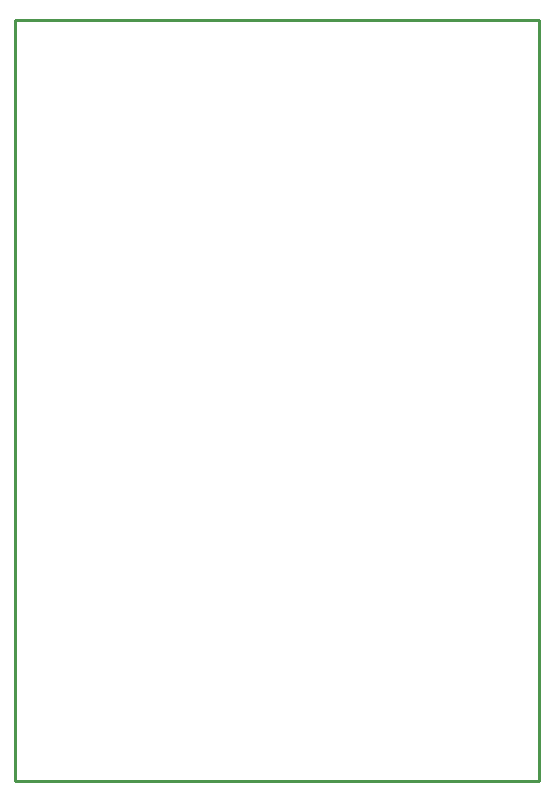
<source format=gko>
G04 EAGLE Gerber RS-274X export*
G75*
%MOMM*%
%FSLAX34Y34*%
%LPD*%
%IN*%
%IPPOS*%
%AMOC8*
5,1,8,0,0,1.08239X$1,22.5*%
G01*
%ADD10C,0.254000*%


D10*
X0Y0D02*
X444300Y0D01*
X444300Y644400D01*
X0Y644400D01*
X0Y0D01*
M02*

</source>
